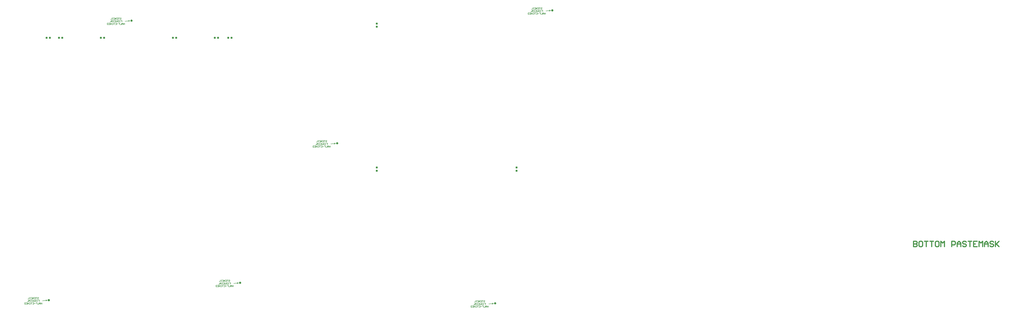
<source format=gbp>
G04*
G04 #@! TF.GenerationSoftware,Altium Limited,Altium Designer,21.2.2 (38)*
G04*
G04 Layer_Color=128*
%FSLAX25Y25*%
%MOIN*%
G70*
G04*
G04 #@! TF.SameCoordinates,0448F7F8-B58B-4B03-AB27-B3033358FA6D*
G04*
G04*
G04 #@! TF.FilePolarity,Positive*
G04*
G01*
G75*
%ADD11C,0.02000*%
G04:AMPARAMS|DCode=65|XSize=35mil|YSize=34mil|CornerRadius=5.95mil|HoleSize=0mil|Usage=FLASHONLY|Rotation=90.000|XOffset=0mil|YOffset=0mil|HoleType=Round|Shape=RoundedRectangle|*
%AMROUNDEDRECTD65*
21,1,0.03500,0.02210,0,0,90.0*
21,1,0.02310,0.03400,0,0,90.0*
1,1,0.01190,0.01105,0.01155*
1,1,0.01190,0.01105,-0.01155*
1,1,0.01190,-0.01105,-0.01155*
1,1,0.01190,-0.01105,0.01155*
%
%ADD65ROUNDEDRECTD65*%
G04:AMPARAMS|DCode=67|XSize=35mil|YSize=34mil|CornerRadius=5.95mil|HoleSize=0mil|Usage=FLASHONLY|Rotation=180.000|XOffset=0mil|YOffset=0mil|HoleType=Round|Shape=RoundedRectangle|*
%AMROUNDEDRECTD67*
21,1,0.03500,0.02210,0,0,180.0*
21,1,0.02310,0.03400,0,0,180.0*
1,1,0.01190,-0.01155,0.01105*
1,1,0.01190,0.01155,0.01105*
1,1,0.01190,0.01155,-0.01105*
1,1,0.01190,-0.01155,-0.01105*
%
%ADD67ROUNDEDRECTD67*%
%ADD88C,0.00500*%
G36*
X91607Y47294D02*
X91413D01*
X91032Y47219D01*
X90674Y47070D01*
X90352Y46855D01*
X90078Y46581D01*
X89862Y46258D01*
X89714Y45900D01*
X89638Y45520D01*
Y45326D01*
Y45132D01*
X89714Y44752D01*
X89862Y44394D01*
X90078Y44071D01*
X90352Y43797D01*
X90674Y43582D01*
X91032Y43433D01*
X91413Y43357D01*
X91607D01*
X91801D01*
X92181Y43433D01*
X92539Y43582D01*
X92862Y43797D01*
X93136Y44071D01*
X93351Y44394D01*
X93500Y44752D01*
X93575Y45132D01*
Y45326D01*
Y45520D01*
X93500Y45900D01*
X93351Y46258D01*
X93136Y46581D01*
X92862Y46855D01*
X92539Y47070D01*
X92181Y47219D01*
X91801Y47294D01*
X91607D01*
D01*
D02*
G37*
G36*
X441945Y79218D02*
X441751D01*
X441371Y79143D01*
X441013Y78994D01*
X440690Y78779D01*
X440416Y78505D01*
X440201Y78182D01*
X440052Y77824D01*
X439977Y77444D01*
Y77250D01*
Y77056D01*
X440052Y76676D01*
X440201Y76317D01*
X440416Y75995D01*
X440690Y75721D01*
X441013Y75505D01*
X441371Y75357D01*
X441751Y75281D01*
X441945D01*
X442139D01*
X442519Y75357D01*
X442877Y75505D01*
X443200Y75721D01*
X443474Y75995D01*
X443690Y76317D01*
X443838Y76676D01*
X443914Y77056D01*
Y77250D01*
Y77444D01*
X443838Y77824D01*
X443690Y78182D01*
X443474Y78505D01*
X443200Y78779D01*
X442877Y78994D01*
X442519Y79143D01*
X442139Y79218D01*
X441945D01*
D01*
D02*
G37*
G36*
X243033Y560255D02*
X242839D01*
X242459Y560179D01*
X242101Y560031D01*
X241778Y559815D01*
X241504Y559541D01*
X241288Y559219D01*
X241140Y558860D01*
X241065Y558480D01*
Y558286D01*
Y558092D01*
X241140Y557712D01*
X241288Y557354D01*
X241504Y557031D01*
X241778Y556757D01*
X242101Y556542D01*
X242459Y556393D01*
X242839Y556318D01*
X243033D01*
X243227D01*
X243607Y556393D01*
X243965Y556542D01*
X244288Y556757D01*
X244562Y557031D01*
X244777Y557354D01*
X244926Y557712D01*
X245002Y558092D01*
Y558286D01*
Y558480D01*
X244926Y558860D01*
X244777Y559219D01*
X244562Y559541D01*
X244288Y559815D01*
X243965Y560031D01*
X243607Y560179D01*
X243227Y560255D01*
X243033D01*
D01*
D02*
G37*
G36*
X908991Y41560D02*
X908797D01*
X908417Y41484D01*
X908059Y41336D01*
X907736Y41120D01*
X907462Y40846D01*
X907247Y40524D01*
X907098Y40166D01*
X907023Y39785D01*
Y39591D01*
Y39397D01*
X907098Y39017D01*
X907247Y38659D01*
X907462Y38337D01*
X907736Y38062D01*
X908059Y37847D01*
X908417Y37699D01*
X908797Y37623D01*
X908991D01*
X909185D01*
X909566Y37699D01*
X909924Y37847D01*
X910246Y38062D01*
X910520Y38337D01*
X910736Y38659D01*
X910884Y39017D01*
X910960Y39397D01*
Y39591D01*
Y39785D01*
X910884Y40166D01*
X910736Y40524D01*
X910520Y40846D01*
X910246Y41120D01*
X909924Y41336D01*
X909566Y41484D01*
X909185Y41560D01*
X908991D01*
D01*
D02*
G37*
G36*
X619657Y335196D02*
X619463D01*
X619083Y335121D01*
X618725Y334973D01*
X618402Y334757D01*
X618128Y334483D01*
X617913Y334160D01*
X617764Y333802D01*
X617689Y333422D01*
Y333228D01*
Y333034D01*
X617764Y332654D01*
X617913Y332296D01*
X618128Y331973D01*
X618402Y331699D01*
X618725Y331484D01*
X619083Y331335D01*
X619463Y331259D01*
X619657D01*
X619851D01*
X620231Y331335D01*
X620590Y331484D01*
X620912Y331699D01*
X621186Y331973D01*
X621402Y332296D01*
X621550Y332654D01*
X621626Y333034D01*
Y333228D01*
Y333422D01*
X621550Y333802D01*
X621402Y334160D01*
X621186Y334483D01*
X620912Y334757D01*
X620590Y334973D01*
X620231Y335121D01*
X619851Y335196D01*
X619657D01*
D01*
D02*
G37*
G36*
X1013670Y579100D02*
X1013476D01*
X1013096Y579025D01*
X1012738Y578876D01*
X1012415Y578661D01*
X1012141Y578387D01*
X1011926Y578064D01*
X1011777Y577706D01*
X1011702Y577326D01*
Y577132D01*
Y576938D01*
X1011777Y576558D01*
X1011926Y576199D01*
X1012141Y575877D01*
X1012415Y575603D01*
X1012738Y575387D01*
X1013096Y575239D01*
X1013476Y575163D01*
X1013670D01*
X1013864D01*
X1014244Y575239D01*
X1014602Y575387D01*
X1014925Y575603D01*
X1015199Y575877D01*
X1015415Y576199D01*
X1015563Y576558D01*
X1015639Y576938D01*
Y577132D01*
Y577326D01*
X1015563Y577706D01*
X1015415Y578064D01*
X1015199Y578387D01*
X1014925Y578661D01*
X1014602Y578876D01*
X1014244Y579025D01*
X1013864Y579100D01*
X1013670D01*
D01*
D02*
G37*
D11*
X1675248Y153399D02*
Y143402D01*
X1680247D01*
X1681913Y145068D01*
Y146734D01*
X1680247Y148400D01*
X1675248D01*
X1680247D01*
X1681913Y150066D01*
Y151733D01*
X1680247Y153399D01*
X1675248D01*
X1690244D02*
X1686911D01*
X1685245Y151733D01*
Y145068D01*
X1686911Y143402D01*
X1690244D01*
X1691910Y145068D01*
Y151733D01*
X1690244Y153399D01*
X1695242D02*
X1701906D01*
X1698574D01*
Y143402D01*
X1705239Y153399D02*
X1711903D01*
X1708571D01*
Y143402D01*
X1720234Y153399D02*
X1716902D01*
X1715235Y151733D01*
Y145068D01*
X1716902Y143402D01*
X1720234D01*
X1721900Y145068D01*
Y151733D01*
X1720234Y153399D01*
X1725232Y143402D02*
Y153399D01*
X1728564Y150066D01*
X1731897Y153399D01*
Y143402D01*
X1745226D02*
Y153399D01*
X1750224D01*
X1751890Y151733D01*
Y148400D01*
X1750224Y146734D01*
X1745226D01*
X1755223Y143402D02*
Y150066D01*
X1758555Y153399D01*
X1761887Y150066D01*
Y143402D01*
Y148400D01*
X1755223D01*
X1771884Y151733D02*
X1770218Y153399D01*
X1766885D01*
X1765219Y151733D01*
Y150066D01*
X1766885Y148400D01*
X1770218D01*
X1771884Y146734D01*
Y145068D01*
X1770218Y143402D01*
X1766885D01*
X1765219Y145068D01*
X1775216Y153399D02*
X1781881D01*
X1778548D01*
Y143402D01*
X1791877Y153399D02*
X1785213D01*
Y143402D01*
X1791877D01*
X1785213Y148400D02*
X1788545D01*
X1795210Y143402D02*
Y153399D01*
X1798542Y150066D01*
X1801874Y153399D01*
Y143402D01*
X1805206D02*
Y150066D01*
X1808539Y153399D01*
X1811871Y150066D01*
Y143402D01*
Y148400D01*
X1805206D01*
X1821868Y151733D02*
X1820201Y153399D01*
X1816869D01*
X1815203Y151733D01*
Y150066D01*
X1816869Y148400D01*
X1820201D01*
X1821868Y146734D01*
Y145068D01*
X1820201Y143402D01*
X1816869D01*
X1815203Y145068D01*
X1825200Y153399D02*
Y143402D01*
Y146734D01*
X1831864Y153399D01*
X1826866Y148400D01*
X1831864Y143402D01*
D65*
X948197Y282736D02*
D03*
Y288636D02*
D03*
X692292Y282735D02*
D03*
Y288635D02*
D03*
Y546960D02*
D03*
Y552860D02*
D03*
D67*
X420279Y526903D02*
D03*
X426179D02*
D03*
X93501D02*
D03*
X87601D02*
D03*
X110239D02*
D03*
X116139D02*
D03*
X401572D02*
D03*
X395672D02*
D03*
X324800D02*
D03*
X318900D02*
D03*
X187011D02*
D03*
X192911D02*
D03*
D88*
X607957Y332128D02*
X616457Y332828D01*
X614357Y331528D02*
X616457Y332828D01*
X614257Y333728D02*
X616457Y332828D01*
X897291Y38491D02*
X905791Y39191D01*
X903691Y37891D02*
X905791Y39191D01*
X903591Y40091D02*
X905791Y39191D01*
X1001970Y576032D02*
X1010470Y576732D01*
X1008370Y575432D02*
X1010470Y576732D01*
X1008270Y577632D02*
X1010470Y576732D01*
X430245Y76150D02*
X438745Y76850D01*
X436645Y75550D02*
X438745Y76850D01*
X436545Y77750D02*
X438745Y76850D01*
X231333Y557186D02*
X239833Y557886D01*
X237733Y556586D02*
X239833Y557886D01*
X237633Y558786D02*
X239833Y557886D01*
X79907Y44226D02*
X88407Y44926D01*
X86307Y43626D02*
X88407Y44926D01*
X86207Y45826D02*
X88407Y44926D01*
X888244Y44188D02*
X888744Y44688D01*
X889744D01*
X890243Y44188D01*
Y43688D01*
X889744Y43189D01*
X888744D01*
X888244Y42689D01*
Y42189D01*
X888744Y41689D01*
X889744D01*
X890243Y42189D01*
X887244Y44688D02*
X885245D01*
X886245D01*
Y41689D01*
X882246Y44688D02*
X884245D01*
Y41689D01*
X882246D01*
X884245Y43189D02*
X883246D01*
X881246Y41689D02*
Y44688D01*
X879247Y41689D01*
Y44688D01*
X876248Y44188D02*
X876748Y44688D01*
X877747D01*
X878247Y44188D01*
Y42189D01*
X877747Y41689D01*
X876748D01*
X876248Y42189D01*
X875248Y44688D02*
X874249D01*
X874748D01*
Y41689D01*
X875248D01*
X874249D01*
X872749Y44688D02*
Y41689D01*
X870750D01*
X889493Y39889D02*
X891493D01*
Y38390D01*
X890493D01*
X891493D01*
Y36890D01*
X888494Y39889D02*
X887494D01*
X887994D01*
Y36890D01*
X888494D01*
X887494D01*
X885995Y39889D02*
Y36890D01*
X884495D01*
X883995Y37390D01*
Y39389D01*
X884495Y39889D01*
X885995D01*
X882996D02*
Y37390D01*
X882496Y36890D01*
X881496D01*
X880996Y37390D01*
Y39889D01*
X877997Y39389D02*
X878497Y39889D01*
X879497D01*
X879997Y39389D01*
Y37390D01*
X879497Y36890D01*
X878497D01*
X877997Y37390D01*
X876998Y39889D02*
X875998D01*
X876498D01*
Y36890D01*
X876998D01*
X875998D01*
X874498D02*
Y38890D01*
X873499Y39889D01*
X872499Y38890D01*
Y36890D01*
Y38390D01*
X874498D01*
X871499Y39889D02*
Y36890D01*
X869500D01*
X896491Y35090D02*
Y32091D01*
Y33591D01*
X894492D01*
Y35090D01*
Y32091D01*
X893492D02*
Y34091D01*
X892493Y35090D01*
X891493Y34091D01*
Y32091D01*
Y33591D01*
X893492D01*
X890493Y35090D02*
Y32091D01*
X888494D01*
X885495Y35090D02*
X887494D01*
Y33591D01*
X886495D01*
X887494D01*
Y32091D01*
X884495Y33591D02*
X882496D01*
X879497Y35090D02*
X881496D01*
Y32091D01*
X879497D01*
X881496Y33591D02*
X880497D01*
X878497Y35090D02*
X876498D01*
X877497D01*
Y32091D01*
X873499Y34591D02*
X873999Y35090D01*
X874998D01*
X875498Y34591D01*
Y32591D01*
X874998Y32091D01*
X873999D01*
X873499Y32591D01*
X872499Y35090D02*
Y32091D01*
Y33591D01*
X870500D01*
Y35090D01*
Y32091D01*
X867501Y35090D02*
X869500D01*
Y32091D01*
X867501D01*
X869500Y33591D02*
X868500D01*
X866501Y35090D02*
Y32091D01*
X865001D01*
X864502Y32591D01*
Y34591D01*
X865001Y35090D01*
X866501D01*
X222286Y562883D02*
X222785Y563383D01*
X223785D01*
X224285Y562883D01*
Y562383D01*
X223785Y561883D01*
X222785D01*
X222286Y561383D01*
Y560884D01*
X222785Y560384D01*
X223785D01*
X224285Y560884D01*
X221286Y563383D02*
X219287D01*
X220286D01*
Y560384D01*
X216288Y563383D02*
X218287D01*
Y560384D01*
X216288D01*
X218287Y561883D02*
X217287D01*
X215288Y560384D02*
Y563383D01*
X213288Y560384D01*
Y563383D01*
X210290Y562883D02*
X210789Y563383D01*
X211789D01*
X212289Y562883D01*
Y560884D01*
X211789Y560384D01*
X210789D01*
X210290Y560884D01*
X209290Y563383D02*
X208290D01*
X208790D01*
Y560384D01*
X209290D01*
X208290D01*
X206791Y563383D02*
Y560384D01*
X204791D01*
X223535Y558584D02*
X225535D01*
Y557084D01*
X224535D01*
X225535D01*
Y555585D01*
X222536Y558584D02*
X221536D01*
X222036D01*
Y555585D01*
X222536D01*
X221536D01*
X220036Y558584D02*
Y555585D01*
X218537D01*
X218037Y556085D01*
Y558084D01*
X218537Y558584D01*
X220036D01*
X217037D02*
Y556085D01*
X216537Y555585D01*
X215538D01*
X215038Y556085D01*
Y558584D01*
X212039Y558084D02*
X212539Y558584D01*
X213539D01*
X214038Y558084D01*
Y556085D01*
X213539Y555585D01*
X212539D01*
X212039Y556085D01*
X211039Y558584D02*
X210040D01*
X210539D01*
Y555585D01*
X211039D01*
X210040D01*
X208540D02*
Y557584D01*
X207540Y558584D01*
X206541Y557584D01*
Y555585D01*
Y557084D01*
X208540D01*
X205541Y558584D02*
Y555585D01*
X203542D01*
X230533Y553785D02*
Y550786D01*
Y552286D01*
X228534D01*
Y553785D01*
Y550786D01*
X227534D02*
Y552785D01*
X226534Y553785D01*
X225535Y552785D01*
Y550786D01*
Y552286D01*
X227534D01*
X224535Y553785D02*
Y550786D01*
X222536D01*
X219536Y553785D02*
X221536D01*
Y552286D01*
X220536D01*
X221536D01*
Y550786D01*
X218537Y552286D02*
X216537D01*
X213539Y553785D02*
X215538D01*
Y550786D01*
X213539D01*
X215538Y552286D02*
X214538D01*
X212539Y553785D02*
X210539D01*
X211539D01*
Y550786D01*
X207540Y553285D02*
X208040Y553785D01*
X209040D01*
X209540Y553285D01*
Y551286D01*
X209040Y550786D01*
X208040D01*
X207540Y551286D01*
X206541Y553785D02*
Y550786D01*
Y552286D01*
X204541D01*
Y553785D01*
Y550786D01*
X201542Y553785D02*
X203542D01*
Y550786D01*
X201542D01*
X203542Y552286D02*
X202542D01*
X200543Y553785D02*
Y550786D01*
X199043D01*
X198543Y551286D01*
Y553285D01*
X199043Y553785D01*
X200543D01*
X992923Y581729D02*
X993423Y582229D01*
X994422D01*
X994922Y581729D01*
Y581229D01*
X994422Y580729D01*
X993423D01*
X992923Y580229D01*
Y579729D01*
X993423Y579229D01*
X994422D01*
X994922Y579729D01*
X991923Y582229D02*
X989924D01*
X990923D01*
Y579229D01*
X986925Y582229D02*
X988924D01*
Y579229D01*
X986925D01*
X988924Y580729D02*
X987924D01*
X985925Y579229D02*
Y582229D01*
X983926Y579229D01*
Y582229D01*
X980927Y581729D02*
X981427Y582229D01*
X982426D01*
X982926Y581729D01*
Y579729D01*
X982426Y579229D01*
X981427D01*
X980927Y579729D01*
X979927Y582229D02*
X978927D01*
X979427D01*
Y579229D01*
X979927D01*
X978927D01*
X977428Y582229D02*
Y579229D01*
X975428D01*
X994172Y577430D02*
X996172D01*
Y575930D01*
X995172D01*
X996172D01*
Y574431D01*
X993173Y577430D02*
X992173D01*
X992673D01*
Y574431D01*
X993173D01*
X992173D01*
X990674Y577430D02*
Y574431D01*
X989174D01*
X988674Y574930D01*
Y576930D01*
X989174Y577430D01*
X990674D01*
X987675D02*
Y574930D01*
X987175Y574431D01*
X986175D01*
X985675Y574930D01*
Y577430D01*
X982676Y576930D02*
X983176Y577430D01*
X984176D01*
X984675Y576930D01*
Y574930D01*
X984176Y574431D01*
X983176D01*
X982676Y574930D01*
X981676Y577430D02*
X980677D01*
X981176D01*
Y574431D01*
X981676D01*
X980677D01*
X979177D02*
Y576430D01*
X978178Y577430D01*
X977178Y576430D01*
Y574431D01*
Y575930D01*
X979177D01*
X976178Y577430D02*
Y574431D01*
X974179D01*
X1001170Y572631D02*
Y569632D01*
Y571131D01*
X999171D01*
Y572631D01*
Y569632D01*
X998171D02*
Y571631D01*
X997171Y572631D01*
X996172Y571631D01*
Y569632D01*
Y571131D01*
X998171D01*
X995172Y572631D02*
Y569632D01*
X993173D01*
X990174Y572631D02*
X992173D01*
Y571131D01*
X991173D01*
X992173D01*
Y569632D01*
X989174Y571131D02*
X987175D01*
X984176Y572631D02*
X986175D01*
Y569632D01*
X984176D01*
X986175Y571131D02*
X985175D01*
X983176Y572631D02*
X981176D01*
X982176D01*
Y569632D01*
X978178Y572131D02*
X978677Y572631D01*
X979677D01*
X980177Y572131D01*
Y570132D01*
X979677Y569632D01*
X978677D01*
X978178Y570132D01*
X977178Y572631D02*
Y569632D01*
Y571131D01*
X975179D01*
Y572631D01*
Y569632D01*
X972180Y572631D02*
X974179D01*
Y569632D01*
X972180D01*
X974179Y571131D02*
X973179D01*
X971180Y572631D02*
Y569632D01*
X969680D01*
X969180Y570132D01*
Y572131D01*
X969680Y572631D01*
X971180D01*
X421198Y81847D02*
X421698Y82346D01*
X422697D01*
X423197Y81847D01*
Y81347D01*
X422697Y80847D01*
X421698D01*
X421198Y80347D01*
Y79847D01*
X421698Y79347D01*
X422697D01*
X423197Y79847D01*
X420198Y82346D02*
X418199D01*
X419198D01*
Y79347D01*
X415200Y82346D02*
X417199D01*
Y79347D01*
X415200D01*
X417199Y80847D02*
X416199D01*
X414200Y79347D02*
Y82346D01*
X412201Y79347D01*
Y82346D01*
X409202Y81847D02*
X409701Y82346D01*
X410701D01*
X411201Y81847D01*
Y79847D01*
X410701Y79347D01*
X409701D01*
X409202Y79847D01*
X408202Y82346D02*
X407202D01*
X407702D01*
Y79347D01*
X408202D01*
X407202D01*
X405703Y82346D02*
Y79347D01*
X403703D01*
X422447Y77548D02*
X424447D01*
Y76048D01*
X423447D01*
X424447D01*
Y74549D01*
X421448Y77548D02*
X420448D01*
X420948D01*
Y74549D01*
X421448D01*
X420448D01*
X418949Y77548D02*
Y74549D01*
X417449D01*
X416949Y75048D01*
Y77048D01*
X417449Y77548D01*
X418949D01*
X415949D02*
Y75048D01*
X415450Y74549D01*
X414450D01*
X413950Y75048D01*
Y77548D01*
X410951Y77048D02*
X411451Y77548D01*
X412451D01*
X412951Y77048D01*
Y75048D01*
X412451Y74549D01*
X411451D01*
X410951Y75048D01*
X409951Y77548D02*
X408952D01*
X409452D01*
Y74549D01*
X409951D01*
X408952D01*
X407452D02*
Y76548D01*
X406453Y77548D01*
X405453Y76548D01*
Y74549D01*
Y76048D01*
X407452D01*
X404453Y77548D02*
Y74549D01*
X402454D01*
X429445Y72749D02*
Y69750D01*
Y71249D01*
X427446D01*
Y72749D01*
Y69750D01*
X426446D02*
Y71749D01*
X425446Y72749D01*
X424447Y71749D01*
Y69750D01*
Y71249D01*
X426446D01*
X423447Y72749D02*
Y69750D01*
X421448D01*
X418449Y72749D02*
X420448D01*
Y71249D01*
X419448D01*
X420448D01*
Y69750D01*
X417449Y71249D02*
X415450D01*
X412451Y72749D02*
X414450D01*
Y69750D01*
X412451D01*
X414450Y71249D02*
X413450D01*
X411451Y72749D02*
X409452D01*
X410451D01*
Y69750D01*
X406453Y72249D02*
X406952Y72749D01*
X407952D01*
X408452Y72249D01*
Y70250D01*
X407952Y69750D01*
X406952D01*
X406453Y70250D01*
X405453Y72749D02*
Y69750D01*
Y71249D01*
X403453D01*
Y72749D01*
Y69750D01*
X400455Y72749D02*
X402454D01*
Y69750D01*
X400455D01*
X402454Y71249D02*
X401454D01*
X399455Y72749D02*
Y69750D01*
X397955D01*
X397456Y70250D01*
Y72249D01*
X397955Y72749D01*
X399455D01*
X598910Y337825D02*
X599410Y338325D01*
X600410D01*
X600909Y337825D01*
Y337325D01*
X600410Y336825D01*
X599410D01*
X598910Y336325D01*
Y335825D01*
X599410Y335326D01*
X600410D01*
X600909Y335825D01*
X597910Y338325D02*
X595911D01*
X596911D01*
Y335326D01*
X592912Y338325D02*
X594911D01*
Y335326D01*
X592912D01*
X594911Y336825D02*
X593912D01*
X591912Y335326D02*
Y338325D01*
X589913Y335326D01*
Y338325D01*
X586914Y337825D02*
X587414Y338325D01*
X588413D01*
X588913Y337825D01*
Y335825D01*
X588413Y335326D01*
X587414D01*
X586914Y335825D01*
X585914Y338325D02*
X584914D01*
X585414D01*
Y335326D01*
X585914D01*
X584914D01*
X583415Y338325D02*
Y335326D01*
X581416D01*
X600160Y333526D02*
X602159D01*
Y332026D01*
X601159D01*
X602159D01*
Y330527D01*
X599160Y333526D02*
X598160D01*
X598660D01*
Y330527D01*
X599160D01*
X598160D01*
X596661Y333526D02*
Y330527D01*
X595161D01*
X594661Y331027D01*
Y333026D01*
X595161Y333526D01*
X596661D01*
X593662D02*
Y331027D01*
X593162Y330527D01*
X592162D01*
X591662Y331027D01*
Y333526D01*
X588663Y333026D02*
X589163Y333526D01*
X590163D01*
X590663Y333026D01*
Y331027D01*
X590163Y330527D01*
X589163D01*
X588663Y331027D01*
X587664Y333526D02*
X586664D01*
X587164D01*
Y330527D01*
X587664D01*
X586664D01*
X585164D02*
Y332526D01*
X584165Y333526D01*
X583165Y332526D01*
Y330527D01*
Y332026D01*
X585164D01*
X582165Y333526D02*
Y330527D01*
X580166D01*
X607157Y328727D02*
Y325728D01*
Y327227D01*
X605158D01*
Y328727D01*
Y325728D01*
X604158D02*
Y327727D01*
X603159Y328727D01*
X602159Y327727D01*
Y325728D01*
Y327227D01*
X604158D01*
X601159Y328727D02*
Y325728D01*
X599160D01*
X596161Y328727D02*
X598160D01*
Y327227D01*
X597160D01*
X598160D01*
Y325728D01*
X595161Y327227D02*
X593162D01*
X590163Y328727D02*
X592162D01*
Y325728D01*
X590163D01*
X592162Y327227D02*
X591162D01*
X589163Y328727D02*
X587164D01*
X588163D01*
Y325728D01*
X584165Y328227D02*
X584664Y328727D01*
X585664D01*
X586164Y328227D01*
Y326228D01*
X585664Y325728D01*
X584664D01*
X584165Y326228D01*
X583165Y328727D02*
Y325728D01*
Y327227D01*
X581166D01*
Y328727D01*
Y325728D01*
X578167Y328727D02*
X580166D01*
Y325728D01*
X578167D01*
X580166Y327227D02*
X579166D01*
X577167Y328727D02*
Y325728D01*
X575667D01*
X575168Y326228D01*
Y328227D01*
X575667Y328727D01*
X577167D01*
X70859Y49923D02*
X71359Y50423D01*
X72359D01*
X72859Y49923D01*
Y49423D01*
X72359Y48923D01*
X71359D01*
X70859Y48423D01*
Y47923D01*
X71359Y47424D01*
X72359D01*
X72859Y47923D01*
X69860Y50423D02*
X67860D01*
X68860D01*
Y47424D01*
X64861Y50423D02*
X66861D01*
Y47424D01*
X64861D01*
X66861Y48923D02*
X65861D01*
X63862Y47424D02*
Y50423D01*
X61862Y47424D01*
Y50423D01*
X58863Y49923D02*
X59363Y50423D01*
X60363D01*
X60863Y49923D01*
Y47923D01*
X60363Y47424D01*
X59363D01*
X58863Y47923D01*
X57864Y50423D02*
X56864D01*
X57364D01*
Y47424D01*
X57864D01*
X56864D01*
X55364Y50423D02*
Y47424D01*
X53365D01*
X72109Y45624D02*
X74108D01*
Y44124D01*
X73109D01*
X74108D01*
Y42625D01*
X71109Y45624D02*
X70110D01*
X70609D01*
Y42625D01*
X71109D01*
X70110D01*
X68610Y45624D02*
Y42625D01*
X67111D01*
X66611Y43125D01*
Y45124D01*
X67111Y45624D01*
X68610D01*
X65611D02*
Y43125D01*
X65111Y42625D01*
X64112D01*
X63612Y43125D01*
Y45624D01*
X60613Y45124D02*
X61112Y45624D01*
X62112D01*
X62612Y45124D01*
Y43125D01*
X62112Y42625D01*
X61112D01*
X60613Y43125D01*
X59613Y45624D02*
X58613D01*
X59113D01*
Y42625D01*
X59613D01*
X58613D01*
X57114D02*
Y44624D01*
X56114Y45624D01*
X55115Y44624D01*
Y42625D01*
Y44124D01*
X57114D01*
X54115Y45624D02*
Y42625D01*
X52115D01*
X79107Y40825D02*
Y37826D01*
Y39325D01*
X77107D01*
Y40825D01*
Y37826D01*
X76108D02*
Y39825D01*
X75108Y40825D01*
X74108Y39825D01*
Y37826D01*
Y39325D01*
X76108D01*
X73109Y40825D02*
Y37826D01*
X71109D01*
X68110Y40825D02*
X70110D01*
Y39325D01*
X69110D01*
X70110D01*
Y37826D01*
X67111Y39325D02*
X65111D01*
X62112Y40825D02*
X64112D01*
Y37826D01*
X62112D01*
X64112Y39325D02*
X63112D01*
X61112Y40825D02*
X59113D01*
X60113D01*
Y37826D01*
X56114Y40325D02*
X56614Y40825D01*
X57614D01*
X58113Y40325D01*
Y38326D01*
X57614Y37826D01*
X56614D01*
X56114Y38326D01*
X55115Y40825D02*
Y37826D01*
Y39325D01*
X53115D01*
Y40825D01*
Y37826D01*
X50116Y40825D02*
X52115D01*
Y37826D01*
X50116D01*
X52115Y39325D02*
X51116D01*
X49116Y40825D02*
Y37826D01*
X47617D01*
X47117Y38326D01*
Y40325D01*
X47617Y40825D01*
X49116D01*
M02*

</source>
